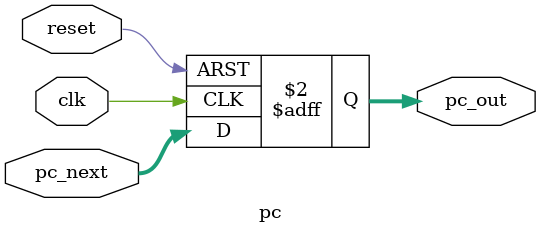
<source format=v>
module pc (
    input wire clk,
    input wire reset,
    input wire [31:0] pc_next,
    output reg [31:0] pc_out
);
    always @(posedge clk or posedge reset) begin
        if (reset)
            pc_out <= 32'b0;
        else
            pc_out <= pc_next;
    end
endmodule

</source>
